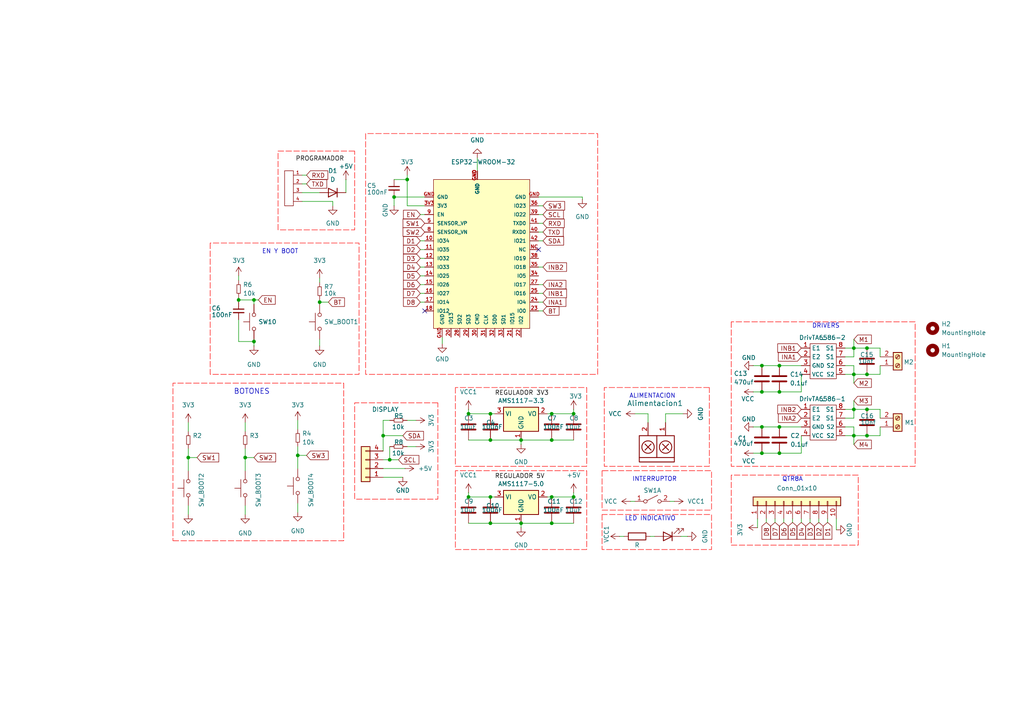
<source format=kicad_sch>
(kicad_sch (version 20250114) (generator "eeschema") (generator_version "9.0")
  (paper "A4")
  (lib_symbols
    (symbol "Connector:Screw_Terminal_01x02" (pin_names (offset 1.016) (hide yes))
      (property "Reference" "J" (at 0 2.54 0))
      (property "Value" "Screw_Terminal_01x02" (at 0 -5.08 0))
      (symbol "Screw_Terminal_01x02_1_1"
        (pin passive line (at -5.08 0 0) (length 3.81) (name "Pin_1") (number "1"))
        (pin passive line (at -5.08 -2.54 0) (length 3.81) (name "Pin_2") (number "2"))
      )
    )
    (symbol "Connector_Generic:Conn_01x04" (pin_names (offset 1.016) (hide yes))
      (property "Reference" "J" (at 0 5.08 0))
      (property "Value" "Conn_01x04" (at 0 -7.62 0))
      (symbol "Conn_01x04_1_1"
        (pin passive line (at -5.08 2.54 0) (length 3.81) (name "Pin_1") (number "1"))
        (pin passive line (at -5.08 0 0) (length 3.81) (name "Pin_2") (number "2"))
        (pin passive line (at -5.08 -2.54 0) (length 3.81) (name "Pin_3") (number "3"))
        (pin passive line (at -5.08 -5.08 0) (length 3.81) (name "Pin_4") (number "4"))
      )
    )
    (symbol "Connector_Generic:Conn_01x10" (pin_names (offset 1.016) (hide yes))
      (property "Reference" "J" (at 0 12.7 0))
      (property "Value" "Conn_01x10" (at 0 -15.24 0))
      (symbol "Conn_01x10_1_1"
        (pin passive line (at -5.08 10.16 0) (length 3.81) (name "Pin_1") (number "1"))
        (pin passive line (at -5.08 7.62 0) (length 3.81) (name "Pin_2") (number "2"))
        (pin passive line (at -5.08 5.08 0) (length 3.81) (name "Pin_3") (number "3"))
        (pin passive line (at -5.08 2.54 0) (length 3.81) (name "Pin_4") (number "4"))
        (pin passive line (at -5.08 0 0) (length 3.81) (name "Pin_5") (number "5"))
        (pin passive line (at -5.08 -2.54 0) (length 3.81) (name "Pin_6") (number "6"))
        (pin passive line (at -5.08 -5.08 0) (length 3.81) (name "Pin_7") (number "7"))
        (pin passive line (at -5.08 -7.62 0) (length 3.81) (name "Pin_8") (number "8"))
        (pin passive line (at -5.08 -10.16 0) (length 3.81) (name "Pin_9") (number "9"))
        (pin passive line (at -5.08 -12.7 0) (length 3.81) (name "Pin_10") (number "10"))
      )
    )
    (symbol "Device:C" (pin_numbers (hide yes)) (pin_names (offset 0.254))
      (property "Reference" "C" (at 0.635 2.54 0))
      (property "Value" "C" (at 0.635 -2.54 0))
      (symbol "C_1_1"
        (pin passive line (at 0 3.81 270) (length 2.794) (name "~") (number "1"))
        (pin passive line (at 0 -3.81 90) (length 2.794) (name "~") (number "2"))
      )
    )
    (symbol "Device:C_Small" (pin_numbers (hide yes)) (pin_names (offset 0.254) (hide yes))
      (property "Reference" "C" (at 0.254 1.778 0))
      (property "Value" "C_Small" (at 0.254 -2.032 0))
      (symbol "C_Small_1_1"
        (pin passive line (at 0 2.54 270) (length 2.032) (name "~") (number "1"))
        (pin passive line (at 0 -2.54 90) (length 2.032) (name "~") (number "2"))
      )
    )
    (symbol "Device:D" (pin_numbers (hide yes)) (pin_names (offset 1.016) (hide yes))
      (property "Reference" "D" (at 0 2.54 0))
      (property "Value" "D" (at 0 -2.54 0))
      (symbol "D_1_1"
        (pin passive line (at -3.81 0 0) (length 2.54) (name "K") (number "1"))
        (pin passive line (at 3.81 0 180) (length 2.54) (name "A") (number "2"))
      )
    )
    (symbol "Device:LED" (pin_numbers (hide yes)) (pin_names (offset 1.016) (hide yes))
      (property "Reference" "D" (at 0 2.54 0))
      (property "Value" "LED" (at 0 -2.54 0))
      (symbol "LED_1_1"
        (pin passive line (at -3.81 0 0) (length 2.54) (name "K") (number "1"))
        (pin passive line (at 3.81 0 180) (length 2.54) (name "A") (number "2"))
      )
    )
    (symbol "Device:R" (pin_numbers (hide yes)) (pin_names (offset 0))
      (property "Reference" "R" (at 2.032 0 90))
      (property "Value" "R" (at 0 0 90))
      (symbol "R_1_1"
        (pin passive line (at 0 3.81 270) (length 1.27) (name "~") (number "1"))
        (pin passive line (at 0 -3.81 90) (length 1.27) (name "~") (number "2"))
      )
    )
    (symbol "EESTN5:HEADER_4" (pin_names (offset 0))
      (property "Reference" "J" (at 0 6.35 0))
      (property "Value" "HEADER_4" (at 0 -6.35 0))
      (symbol "HEADER_4_1_1"
        (pin passive line (at -2.54 3.81 0) (length 2.54) (name "~") (number "1"))
        (pin passive line (at -2.54 1.27 0) (length 2.54) (name "~") (number "2"))
        (pin passive line (at -2.54 -1.27 0) (length 2.54) (name "~") (number "3"))
        (pin passive line (at -2.54 -3.81 0) (length 2.54) (name "~") (number "4"))
      )
    )
    (symbol "EESTN5:R" (pin_numbers (hide yes)) (pin_names (offset 0))
      (property "Reference" "R" (at -1.27 0 90))
      (property "Value" "R" (at 1.27 0 90))
      (symbol "R_1_1"
        (pin passive line (at 0 2.54 270) (length 1.27) (name "~") (number "1"))
        (pin passive line (at 0 -2.54 90) (length 1.27) (name "~") (number "2"))
      )
    )
    (symbol "EESTN5:SW_Push" (pin_numbers (hide yes)) (pin_names (offset 1.016) (hide yes))
      (property "Reference" "SW" (at 1.27 2.54 0))
      (symbol "SW_Push_0_1"
        (pin passive line (at -5.08 0 0) (length 2.54) (name "1") (number "1"))
        (pin passive line (at 5.08 0 180) (length 2.54) (name "2") (number "2"))
      )
    )
    (symbol "EESTN5:TB_1X2" (pin_names (offset 1.016))
      (property "Reference" "J" (at 0 7.62 0))
      (property "Value" "TB_1X2" (at 1.27 -7.62 0))
      (symbol "TB_1X2_1_1"
        (pin input line (at 8.89 2.54 180) (length 3.81) (name "~") (number "1"))
        (pin input line (at 8.89 -2.54 180) (length 3.81) (name "~") (number "2"))
      )
    )
    (symbol "GND_1" (power) (pin_names (offset 0))
      (property "Value" "GND_1" (at 0 -3.81 0))
      (symbol "GND_1_1_1"
        (pin power_in line (at 0 0 270) (length 0) (hide yes) (name "GND") (number "1"))
      )
    )
    (symbol "Librerias:ESP32-WROOM-32E" (pin_names (offset 1.016))
      (property "Reference" "U1" (at -1.651 28.702 0))
      (property "Value" "ESP32-WROOM-32E" (at -10.16 26.67 0))
      (symbol "ESP32-WROOM-32E_1_0"
        (pin bidirectional line (at -15.24 13.97 0) (length 2.54) (name "GND") (number "GND"))
        (pin bidirectional line (at -15.24 11.43 0) (length 2.54) (name "3V3") (number "3V3"))
        (pin bidirectional line (at -15.24 8.89 0) (length 2.54) (name "EN") (number "9"))
        (pin bidirectional line (at -15.24 6.35 0) (length 2.54) (name "SENSOR_VP") (number "5"))
        (pin bidirectional line (at -15.24 3.81 0) (length 2.54) (name "SENSOR_VN") (number "8"))
        (pin bidirectional line (at -15.24 1.27 0) (length 2.54) (name "IO34") (number "10"))
        (pin bidirectional line (at -15.24 -1.27 0) (length 2.54) (name "IO35") (number "11"))
        (pin bidirectional line (at -15.24 -3.81 0) (length 2.54) (name "IO32") (number "12"))
        (pin bidirectional line (at -15.24 -6.35 0) (length 2.54) (name "IO33") (number "13"))
        (pin bidirectional line (at -15.24 -8.89 0) (length 2.54) (name "IO25") (number "14"))
        (pin bidirectional line (at -15.24 -11.43 0) (length 2.54) (name "IO26") (number "15"))
        (pin bidirectional line (at -15.24 -13.97 0) (length 2.54) (name "IO27") (number "16"))
        (pin bidirectional line (at -15.24 -16.51 0) (length 2.54) (name "IO14") (number "17"))
        (pin bidirectional line (at -15.24 -19.05 0) (length 2.54) (name "IO12") (number "18"))
        (pin bidirectional line (at -10.16 -26.67 90) (length 2.54) (name "GND") (number "GND"))
        (pin bidirectional line (at -7.62 -26.67 90) (length 2.54) (name "IO13") (number "20"))
        (pin bidirectional line (at -5.08 -26.67 90) (length 2.54) (name "SD2") (number "28"))
        (pin bidirectional line (at -2.54 -26.67 90) (length 2.54) (name "SD3") (number "29"))
        (pin bidirectional line (at 0 21.59 270) (length 2.54) (name "GND") (number "GND"))
        (pin bidirectional line (at 0 21.59 270) (length 2.54) (name "GND") (number "GND"))
        (pin bidirectional line (at 0 21.59 270) (length 2.54) (name "GND") (number "GND"))
        (pin bidirectional line (at 0 21.59 270) (length 2.54) (name "GND") (number "GND"))
        (pin bidirectional line (at 0 21.59 270) (length 2.54) (name "GND") (number "GND"))
        (pin bidirectional line (at 0 21.59 270) (length 2.54) (name "GND") (number "GND"))
        (pin bidirectional line (at 0 21.59 270) (length 2.54) (name "GND") (number "GND"))
        (pin bidirectional line (at 0 21.59 270) (length 2.54) (name "GND") (number "GND"))
        (pin bidirectional line (at 0 21.59 270) (length 2.54) (name "GND") (number "GND"))
        (pin bidirectional line (at 0 -26.67 90) (length 2.54) (name "CMD") (number "30"))
        (pin bidirectional line (at 2.54 -26.67 90) (length 2.54) (name "CLK") (number "31"))
        (pin bidirectional line (at 5.08 -26.67 90) (length 2.54) (name "SD0") (number "32"))
        (pin bidirectional line (at 7.62 -26.67 90) (length 2.54) (name "SD1") (number "33"))
        (pin bidirectional line (at 10.16 -26.67 90) (length 2.54) (name "IO15") (number "21"))
        (pin bidirectional line (at 12.7 -26.67 90) (length 2.54) (name "IO2") (number "22"))
        (pin bidirectional line (at 17.78 13.97 180) (length 2.54) (name "GND") (number "GND"))
        (pin bidirectional line (at 17.78 11.43 180) (length 2.54) (name "IO23") (number "36"))
        (pin bidirectional line (at 17.78 8.89 180) (length 2.54) (name "IO22") (number "39"))
        (pin bidirectional line (at 17.78 6.35 180) (length 2.54) (name "TXD0") (number "41"))
        (pin bidirectional line (at 17.78 3.81 180) (length 2.54) (name "RXD0") (number "40"))
        (pin bidirectional line (at 17.78 1.27 180) (length 2.54) (name "IO21") (number "42"))
        (pin bidirectional line (at 17.78 -1.27 180) (length 2.54) (name "NC") (number "NC"))
        (pin bidirectional line (at 17.78 -3.81 180) (length 2.54) (name "IO19") (number "38"))
        (pin bidirectional line (at 17.78 -6.35 180) (length 2.54) (name "IO18") (number "35"))
        (pin bidirectional line (at 17.78 -8.89 180) (length 2.54) (name "IO5") (number "34"))
        (pin bidirectional line (at 17.78 -11.43 180) (length 2.54) (name "IO17") (number "27"))
        (pin bidirectional line (at 17.78 -13.97 180) (length 2.54) (name "IO16") (number "25"))
        (pin bidirectional line (at 17.78 -16.51 180) (length 2.54) (name "IO4") (number "24"))
        (pin bidirectional line (at 17.78 -19.05 180) (length 2.54) (name "IO0") (number "23"))
      )
    )
    (symbol "Mechanical:MountingHole" (pin_names (offset 1.016)) (in_bom no)
      (property "Reference" "H" (at 0 5.08 0))
      (property "Value" "MountingHole" (at 0 3.175 0))
    )
    (symbol "New_Library_Triatlón:TA6586"
      (property "Reference" "DriverTA6586" (at -7.366 7.112 0))
      (symbol "TA6586_1_1"
        (pin bidirectional line (at -13.97 3.81 0) (length 2.54) (name "E1") (number "1"))
        (pin bidirectional line (at -13.97 1.27 0) (length 2.54) (name "E2") (number "2"))
        (pin output line (at -13.97 -1.27 0) (length 2.54) (name "GND") (number "3"))
        (pin input line (at -13.97 -3.81 0) (length 2.54) (name "VCC") (number "4"))
        (pin bidirectional line (at -1.27 3.81 180) (length 2.54) (name "S1") (number "8"))
        (pin bidirectional line (at -1.27 1.27 180) (length 2.54) (name "S1") (number "7"))
        (pin bidirectional line (at -1.27 -1.27 180) (length 2.54) (name "S2") (number "6"))
        (pin bidirectional line (at -1.27 -3.81 180) (length 2.54) (name "S2") (number "5"))
      )
    )
    (symbol "Regulator_Linear:AMS1117-5.0"
      (property "Reference" "U" (at -3.81 3.175 0))
      (property "Value" "AMS1117-5.0" (at 0 3.175 0))
      (symbol "AMS1117-5.0_1_1"
        (pin power_in line (at -7.62 0 0) (length 2.54) (name "VI") (number "3"))
        (pin power_in line (at 0 -7.62 90) (length 2.54) (name "GND") (number "1"))
        (pin power_out line (at 7.62 0 180) (length 2.54) (name "VO") (number "2"))
      )
    )
    (symbol "Switch:SW_DPST_x2" (pin_names (offset 0) (hide yes))
      (property "Reference" "SW" (at 0 3.175 0))
      (property "Value" "SW_DPST_x2" (at 0 -2.54 0))
      (symbol "SW_DPST_x2_1_1"
        (pin passive line (at -5.08 0 0) (length 2.54) (name "A") (number "1"))
        (pin passive line (at 5.08 0 180) (length 2.54) (name "B") (number "2"))
      )
      (symbol "SW_DPST_x2_2_1"
        (pin passive line (at -5.08 0 0) (length 2.54) (name "A") (number "3"))
        (pin passive line (at 5.08 0 180) (length 2.54) (name "B") (number "4"))
      )
    )
    (symbol "TA6586_1"
      (property "Reference" "DriverTA6586" (at -7.366 7.112 0))
      (symbol "TA6586_1_1_1"
        (pin bidirectional line (at -13.97 3.81 0) (length 2.54) (name "E1") (number "1"))
        (pin bidirectional line (at -13.97 1.27 0) (length 2.54) (name "E2") (number "2"))
        (pin output line (at -13.97 -1.27 0) (length 2.54) (name "GND") (number "3"))
        (pin input line (at -13.97 -3.81 0) (length 2.54) (name "VCC") (number "4"))
        (pin bidirectional line (at -1.27 3.81 180) (length 2.54) (name "S1") (number "8"))
        (pin bidirectional line (at -1.27 1.27 180) (length 2.54) (name "S1") (number "7"))
        (pin bidirectional line (at -1.27 -1.27 180) (length 2.54) (name "S2") (number "6"))
        (pin bidirectional line (at -1.27 -3.81 180) (length 2.54) (name "S2") (number "5"))
      )
    )
    (symbol "power:+3V3" (power) (pin_names (offset 0))
      (property "Value" "+3V3" (at 0 3.556 0))
      (symbol "+3V3_1_1"
        (pin power_in line (at 0 0 90) (length 0) (hide yes) (name "+3V3") (number "1"))
      )
    )
    (symbol "power:+5V" (power) (pin_numbers (hide yes)) (pin_names (offset 0) (hide yes))
      (property "Value" "+5V" (at 0 3.556 0))
      (symbol "+5V_1_1"
        (pin power_in line (at 0 0 90) (length 0) (name "~") (number "1"))
      )
    )
    (symbol "power:GND" (power) (pin_numbers (hide yes)) (pin_names (offset 0) (hide yes))
      (property "Value" "GND" (at 0 -3.81 0))
      (symbol "GND_1_1"
        (pin power_in line (at 0 0 270) (length 0) (name "~") (number "1"))
      )
    )
    (symbol "power:VCC" (power) (pin_numbers (hide yes)) (pin_names (offset 0) (hide yes))
      (property "Value" "VCC" (at 0 3.556 0))
      (symbol "VCC_1_1"
        (pin power_in line (at 0 0 90) (length 0) (name "~") (number "1"))
      )
    )
  )
  (text "EN Y BOOT" (at 81.28 73.025 0) (effects (font (size 1.27 1.27))))
  (text "BOTONES" (at 73.025 113.665 0) (effects (font (size 1.524 1.524))))
  (text "INTERRUPTOR" (at 189.865 139.065 0) (effects (font (size 1.27 1.27))))
  (text "ALIMENTACION" (at 189.23 114.935 0) (effects (font (size 1.27 1.27))))
  (text "DRIVERS " (at 240.03 94.615 0) (effects (font (size 1.27 1.27))))
  (text "QTR8A" (at 229.87 139.065 0) (effects (font (size 1.27 1.27))))
  (text "LED INDICATIVO\n" (at 188.595 150.495 0) (effects (font (size 1.27 1.27))))
  (junction (at 251.46 118.745))
  (junction (at 220.98 123.825))
  (junction (at 92.71 87.63))
  (junction (at 114.3 57.15))
  (junction (at 118.11 52.07))
  (junction (at 166.37 120.015))
  (junction (at 166.37 144.145))
  (junction (at 151.13 151.765))
  (junction (at 142.24 120.015))
  (junction (at 160.02 120.015))
  (junction (at 142.24 151.765))
  (junction (at 113.03 133.35))
  (junction (at 69.215 86.995))
  (junction (at 247.65 100.965))
  (junction (at 160.02 127.635))
  (junction (at 111.125 126.365))
  (junction (at 220.98 131.445))
  (junction (at 142.24 144.145))
  (junction (at 226.06 113.665))
  (junction (at 226.06 106.045))
  (junction (at 220.98 106.045))
  (junction (at 226.06 123.825))
  (junction (at 247.65 126.365))
  (junction (at 251.46 108.585))
  (junction (at 251.46 126.365))
  (junction (at 73.66 86.995))
  (junction (at 54.61 132.715))
  (junction (at 71.12 132.715))
  (junction (at 151.13 127.635))
  (junction (at 251.46 100.965))
  (junction (at 142.24 127.635))
  (junction (at 73.66 99.06))
  (junction (at 247.65 108.585))
  (junction (at 86.36 132.08))
  (junction (at 135.89 120.015))
  (junction (at 135.89 144.145))
  (junction (at 160.02 144.145))
  (junction (at 226.06 131.445))
  (junction (at 247.65 118.745))
  (junction (at 160.02 151.765))
  (junction (at 220.98 113.665))
  (no_connect (at 123.19 90.17))
  (no_connect (at 156.21 72.39))
  (wire (pts (xy 245.11 100.965) (xy 247.65 100.965)))
  (wire (pts (xy 160.02 151.765) (xy 166.37 151.765)))
  (wire (pts (xy 87.63 55.88) (xy 92.71 55.88)))
  (wire (pts (xy 229.87 150.495) (xy 229.87 151.511)))
  (wire (pts (xy 226.06 131.445) (xy 232.41 131.445)))
  (wire (pts (xy 160.02 120.015) (xy 166.37 120.015)))
  (wire (pts (xy 255.27 123.825) (xy 255.27 126.365)))
  (wire (pts (xy 69.215 86.995) (xy 73.66 86.995)))
  (wire (pts (xy 54.61 122.555) (xy 54.61 125.095)))
  (wire (pts (xy 245.11 118.745) (xy 247.65 118.745)))
  (wire (pts (xy 157.48 87.63) (xy 156.21 87.63)))
  (wire (pts (xy 187.96 120.015) (xy 187.96 122.555)))
  (wire (pts (xy 157.48 69.85) (xy 156.21 69.85)))
  (wire (pts (xy 138.43 45.72) (xy 138.43 49.53)))
  (wire (pts (xy 166.37 120.015) (xy 166.37 118.745)))
  (wire (pts (xy 73.66 88.265) (xy 73.66 86.995)))
  (wire (pts (xy 73.66 86.995) (xy 74.93 86.995)))
  (wire (pts (xy 114.3 52.07) (xy 118.11 52.07)))
  (wire (pts (xy 226.06 113.665) (xy 232.41 113.665)))
  (wire (pts (xy 220.98 131.445) (xy 226.06 131.445)))
  (wire (pts (xy 160.02 144.145) (xy 166.37 144.145)))
  (wire (pts (xy 142.24 127.635) (xy 151.13 127.635)))
  (wire (pts (xy 100.33 52.07) (xy 100.33 55.88)))
  (wire (pts (xy 247.65 118.745) (xy 251.46 118.745)))
  (wire (pts (xy 142.24 151.765) (xy 151.13 151.765)))
  (wire (pts (xy 86.36 129.54) (xy 86.36 132.08)))
  (wire (pts (xy 92.71 80.645) (xy 92.71 81.915)))
  (wire (pts (xy 121.92 80.01) (xy 123.19 80.01)))
  (wire (pts (xy 195.58 145.415) (xy 194.31 145.415)))
  (wire (pts (xy 157.48 90.17) (xy 156.21 90.17)))
  (wire (pts (xy 57.15 132.715) (xy 54.61 132.715)))
  (wire (pts (xy 157.48 85.09) (xy 156.21 85.09)))
  (wire (pts (xy 121.92 72.39) (xy 123.19 72.39)))
  (wire (pts (xy 251.46 108.585) (xy 255.27 108.585)))
  (wire (pts (xy 218.44 106.045) (xy 220.98 106.045)))
  (wire (pts (xy 199.39 155.575) (xy 197.485 155.575)))
  (wire (pts (xy 251.46 126.365) (xy 255.27 126.365)))
  (wire (pts (xy 121.92 77.47) (xy 123.19 77.47)))
  (wire (pts (xy 71.12 122.555) (xy 71.12 125.095)))
  (wire (pts (xy 135.89 144.145) (xy 142.24 144.145)))
  (wire (pts (xy 218.44 131.445) (xy 220.98 131.445)))
  (wire (pts (xy 118.11 59.69) (xy 123.19 59.69)))
  (wire (pts (xy 166.37 144.145) (xy 166.37 142.875)))
  (wire (pts (xy 73.66 99.06) (xy 73.66 98.425)))
  (wire (pts (xy 54.61 130.175) (xy 54.61 132.715)))
  (wire (pts (xy 247.65 111.125) (xy 247.65 108.585)))
  (wire (pts (xy 121.92 74.93) (xy 123.19 74.93)))
  (wire (pts (xy 245.11 103.505) (xy 247.65 103.505)))
  (wire (pts (xy 69.215 80.01) (xy 69.215 81.28)))
  (wire (pts (xy 54.61 132.715) (xy 54.61 136.525)))
  (wire (pts (xy 240.03 150.495) (xy 240.03 151.511)))
  (wire (pts (xy 157.48 62.23) (xy 156.21 62.23)))
  (wire (pts (xy 151.13 127.635) (xy 160.02 127.635)))
  (wire (pts (xy 69.215 99.06) (xy 73.66 99.06)))
  (wire (pts (xy 245.11 123.825) (xy 247.65 123.825)))
  (wire (pts (xy 158.75 120.015) (xy 160.02 120.015)))
  (wire (pts (xy 113.03 129.54) (xy 113.03 133.35)))
  (wire (pts (xy 118.11 50.8) (xy 118.11 52.07)))
  (wire (pts (xy 247.65 123.825) (xy 247.65 126.365)))
  (wire (pts (xy 160.02 127.635) (xy 166.37 127.635)))
  (wire (pts (xy 142.24 144.145) (xy 143.51 144.145)))
  (wire (pts (xy 92.71 86.995) (xy 92.71 87.63)))
  (wire (pts (xy 158.75 144.145) (xy 160.02 144.145)))
  (wire (pts (xy 245.11 108.585) (xy 247.65 108.585)))
  (wire (pts (xy 157.48 67.31) (xy 156.21 67.31)))
  (wire (pts (xy 251.46 100.965) (xy 255.27 100.965)))
  (wire (pts (xy 118.11 52.07) (xy 118.11 59.69)))
  (wire (pts (xy 247.65 116.205) (xy 247.65 118.745)))
  (wire (pts (xy 189.865 155.575) (xy 188.595 155.575)))
  (wire (pts (xy 224.79 150.495) (xy 224.79 151.511)))
  (wire (pts (xy 179.705 155.575) (xy 180.975 155.575)))
  (wire (pts (xy 69.215 92.71) (xy 69.215 99.06)))
  (wire (pts (xy 184.15 120.015) (xy 187.96 120.015)))
  (wire (pts (xy 92.71 87.63) (xy 92.71 88.265)))
  (wire (pts (xy 96.52 59.69) (xy 96.52 58.42)))
  (wire (pts (xy 220.98 106.045) (xy 226.06 106.045)))
  (wire (pts (xy 71.12 146.685) (xy 71.12 149.225)))
  (wire (pts (xy 111.125 135.89) (xy 117.475 135.89)))
  (wire (pts (xy 121.92 85.09) (xy 123.19 85.09)))
  (wire (pts (xy 69.215 86.995) (xy 69.215 87.63)))
  (wire (pts (xy 234.95 150.495) (xy 234.95 151.511)))
  (wire (pts (xy 113.03 133.35) (xy 111.125 133.35)))
  (wire (pts (xy 135.89 151.765) (xy 142.24 151.765)))
  (wire (pts (xy 135.89 118.745) (xy 135.89 120.015)))
  (wire (pts (xy 157.48 77.47) (xy 156.21 77.47)))
  (wire (pts (xy 115.57 133.35) (xy 113.03 133.35)))
  (wire (pts (xy 242.57 153.67) (xy 242.57 150.495)))
  (wire (pts (xy 226.06 106.045) (xy 232.41 106.045)))
  (wire (pts (xy 151.13 127.635) (xy 151.13 128.905)))
  (wire (pts (xy 73.66 132.715) (xy 71.12 132.715)))
  (wire (pts (xy 135.89 142.875) (xy 135.89 144.145)))
  (wire (pts (xy 73.66 99.06) (xy 73.66 100.33)))
  (wire (pts (xy 193.04 120.015) (xy 193.04 122.555)))
  (wire (pts (xy 245.11 106.045) (xy 247.65 106.045)))
  (wire (pts (xy 237.49 150.495) (xy 237.49 151.511)))
  (wire (pts (xy 88.9 132.08) (xy 86.36 132.08)))
  (wire (pts (xy 157.48 59.69) (xy 156.21 59.69)))
  (wire (pts (xy 157.48 82.55) (xy 156.21 82.55)))
  (wire (pts (xy 168.91 57.785) (xy 168.91 57.15)))
  (wire (pts (xy 251.46 118.745) (xy 255.27 118.745)))
  (wire (pts (xy 54.61 146.685) (xy 54.61 149.225)))
  (wire (pts (xy 222.25 150.495) (xy 222.25 151.511)))
  (wire (pts (xy 247.65 108.585) (xy 251.46 108.585)))
  (wire (pts (xy 247.65 126.365) (xy 251.46 126.365)))
  (wire (pts (xy 247.65 128.905) (xy 247.65 126.365)))
  (wire (pts (xy 96.52 58.42) (xy 87.63 58.42)))
  (wire (pts (xy 219.71 150.495) (xy 219.71 153.035)))
  (wire (pts (xy 128.27 97.79) (xy 128.27 99.695)))
  (wire (pts (xy 88.9 50.8) (xy 87.63 50.8)))
  (wire (pts (xy 142.24 120.015) (xy 143.51 120.015)))
  (wire (pts (xy 88.9 53.34) (xy 87.63 53.34)))
  (wire (pts (xy 151.13 151.765) (xy 160.02 151.765)))
  (wire (pts (xy 255.27 118.745) (xy 255.27 121.285)))
  (wire (pts (xy 227.33 150.495) (xy 227.33 151.511)))
  (wire (pts (xy 114.3 57.15) (xy 114.3 59.69)))
  (wire (pts (xy 86.36 132.08) (xy 86.36 135.89)))
  (wire (pts (xy 198.12 120.015) (xy 193.04 120.015)))
  (wire (pts (xy 111.125 130.81) (xy 111.125 126.365)))
  (wire (pts (xy 95.25 87.63) (xy 92.71 87.63)))
  (wire (pts (xy 245.11 126.365) (xy 247.65 126.365)))
  (wire (pts (xy 245.11 121.285) (xy 247.65 121.285)))
  (wire (pts (xy 220.98 113.665) (xy 226.06 113.665)))
  (wire (pts (xy 232.41 150.495) (xy 232.41 151.511)))
  (wire (pts (xy 247.65 103.505) (xy 247.65 100.965)))
  (wire (pts (xy 247.65 121.285) (xy 247.65 118.745)))
  (wire (pts (xy 111.125 126.365) (xy 111.125 121.92)))
  (wire (pts (xy 218.44 123.825) (xy 220.98 123.825)))
  (wire (pts (xy 86.36 146.05) (xy 86.36 148.59)))
  (wire (pts (xy 182.88 145.415) (xy 184.15 145.415)))
  (wire (pts (xy 220.98 123.825) (xy 226.06 123.825)))
  (wire (pts (xy 120.65 129.54) (xy 118.11 129.54)))
  (wire (pts (xy 92.71 98.425) (xy 92.71 100.33)))
  (wire (pts (xy 247.65 106.045) (xy 247.65 108.585)))
  (wire (pts (xy 114.3 57.15) (xy 123.19 57.15)))
  (wire (pts (xy 121.92 62.23) (xy 123.19 62.23)))
  (wire (pts (xy 232.41 131.445) (xy 232.41 126.365)))
  (wire (pts (xy 218.44 113.665) (xy 220.98 113.665)))
  (wire (pts (xy 135.89 120.015) (xy 142.24 120.015)))
  (wire (pts (xy 121.92 69.85) (xy 123.19 69.85)))
  (wire (pts (xy 71.12 132.715) (xy 71.12 136.525)))
  (wire (pts (xy 232.41 113.665) (xy 232.41 108.585)))
  (wire (pts (xy 226.06 123.825) (xy 232.41 123.825)))
  (wire (pts (xy 135.89 127.635) (xy 142.24 127.635)))
  (wire (pts (xy 86.36 121.92) (xy 86.36 124.46)))
  (wire (pts (xy 255.27 100.965) (xy 255.27 103.505)))
  (wire (pts (xy 120.65 121.92) (xy 118.11 121.92)))
  (wire (pts (xy 255.27 108.585) (xy 255.27 106.045)))
  (wire (pts (xy 71.12 130.175) (xy 71.12 132.715)))
  (wire (pts (xy 157.48 64.77) (xy 156.21 64.77)))
  (wire (pts (xy 247.65 100.965) (xy 251.46 100.965)))
  (wire (pts (xy 121.92 87.63) (xy 123.19 87.63)))
  (wire (pts (xy 151.13 151.765) (xy 151.13 153.035)))
  (wire (pts (xy 69.215 86.36) (xy 69.215 86.995)))
  (wire (pts (xy 111.125 121.92) (xy 113.03 121.92)))
  (wire (pts (xy 121.92 82.55) (xy 123.19 82.55)))
  (wire (pts (xy 168.91 57.15) (xy 156.21 57.15)))
  (wire (pts (xy 247.65 98.425) (xy 247.65 100.965)))
  (wire (pts (xy 111.125 126.365) (xy 116.84 126.365)))
  (wire (pts (xy 111.125 138.43) (xy 116.84 138.43)))
  (label "REGULADOR 5V" (at 143.51 139.065 0))
  (label "REGULADOR 3V3" (at 143.51 114.935 0))
  (label "PROGRAMADOR" (at 85.725 46.99 0))
  (global_label "D8" (shape input) (at 121.92 87.63 180) (property "Intersheetrefs" "${INTERSHEET_REFS}" (effects (hide yes))))
  (global_label "EN" (shape input) (at 74.93 86.995 0) (property "Intersheetrefs" "${INTERSHEET_REFS}" (effects (hide yes))))
  (global_label "M1" (shape input) (at 247.65 98.425 0) (property "Intersheetrefs" "${INTERSHEET_REFS}" (effects (hide yes))))
  (global_label "INA2" (shape input) (at 232.41 121.285 180) (property "Intersheetrefs" "${INTERSHEET_REFS}" (effects (hide yes))))
  (global_label "SCL" (shape input) (at 157.48 62.23 0) (property "Intersheetrefs" "${INTERSHEET_REFS}" (effects (hide yes))))
  (global_label "D5" (shape input) (at 229.87 151.511 270) (property "Intersheetrefs" "${INTERSHEET_REFS}" (effects (hide yes))))
  (global_label "SDA" (shape input) (at 116.84 126.365 0) (property "Intersheetrefs" "${INTERSHEET_REFS}" (effects (hide yes))))
  (global_label "TXD" (shape input) (at 157.48 67.31 0) (property "Intersheetrefs" "${INTERSHEET_REFS}" (effects (hide yes))))
  (global_label "D3" (shape input) (at 234.95 151.511 270) (property "Intersheetrefs" "${INTERSHEET_REFS}" (effects (hide yes))))
  (global_label "D5" (shape input) (at 121.92 80.01 180) (property "Intersheetrefs" "${INTERSHEET_REFS}" (effects (hide yes))))
  (global_label "BT" (shape input) (at 157.48 90.17 0) (property "Intersheetrefs" "${INTERSHEET_REFS}" (effects (hide yes))))
  (global_label "D2" (shape input) (at 121.92 72.39 180) (property "Intersheetrefs" "${INTERSHEET_REFS}" (effects (hide yes))))
  (global_label "SW3" (shape input) (at 88.9 132.08 0) (property "Intersheetrefs" "${INTERSHEET_REFS}" (effects (hide yes))))
  (global_label "INB2" (shape input) (at 232.41 118.745 180) (property "Intersheetrefs" "${INTERSHEET_REFS}" (effects (hide yes))))
  (global_label "INA2" (shape input) (at 157.48 82.55 0) (property "Intersheetrefs" "${INTERSHEET_REFS}" (effects (hide yes))))
  (global_label "INA1" (shape input) (at 232.41 103.505 180) (property "Intersheetrefs" "${INTERSHEET_REFS}" (effects (hide yes))))
  (global_label "BT" (shape input) (at 95.25 87.63 0) (property "Intersheetrefs" "${INTERSHEET_REFS}" (effects (hide yes))))
  (global_label "RXD" (shape input) (at 88.9 50.8 0) (property "Intersheetrefs" "${INTERSHEET_REFS}" (effects (hide yes))))
  (global_label "INA1" (shape input) (at 157.48 87.63 0) (property "Intersheetrefs" "${INTERSHEET_REFS}" (effects (hide yes))))
  (global_label "D2" (shape input) (at 237.49 151.511 270) (property "Intersheetrefs" "${INTERSHEET_REFS}" (effects (hide yes))))
  (global_label "TXD" (shape input) (at 88.9 53.34 0) (property "Intersheetrefs" "${INTERSHEET_REFS}" (effects (hide yes))))
  (global_label "INB2" (shape input) (at 157.48 77.47 0) (property "Intersheetrefs" "${INTERSHEET_REFS}" (effects (hide yes))))
  (global_label "D4" (shape input) (at 121.92 77.47 180) (property "Intersheetrefs" "${INTERSHEET_REFS}" (effects (hide yes))))
  (global_label "D1" (shape input) (at 121.92 69.85 180) (property "Intersheetrefs" "${INTERSHEET_REFS}" (effects (hide yes))))
  (global_label "M3" (shape input) (at 247.65 116.205 0) (property "Intersheetrefs" "${INTERSHEET_REFS}" (effects (hide yes))))
  (global_label "SCL" (shape input) (at 115.57 133.35 0) (property "Intersheetrefs" "${INTERSHEET_REFS}" (effects (hide yes))))
  (global_label "SW1" (shape input) (at 57.15 132.715 0) (property "Intersheetrefs" "${INTERSHEET_REFS}" (effects (hide yes))))
  (global_label "SW3" (shape input) (at 157.48 59.69 0) (property "Intersheetrefs" "${INTERSHEET_REFS}" (effects (hide yes))))
  (global_label "D1" (shape input) (at 240.03 151.511 270) (property "Intersheetrefs" "${INTERSHEET_REFS}" (effects (hide yes))))
  (global_label "SW1" (shape input) (at 123.19 64.77 180) (property "Intersheetrefs" "${INTERSHEET_REFS}" (effects (hide yes))))
  (global_label "D6" (shape input) (at 121.92 82.55 180) (property "Intersheetrefs" "${INTERSHEET_REFS}" (effects (hide yes))))
  (global_label "SW2" (shape input) (at 73.66 132.715 0) (property "Intersheetrefs" "${INTERSHEET_REFS}" (effects (hide yes))))
  (global_label "M4" (shape input) (at 247.65 128.905 0) (property "Intersheetrefs" "${INTERSHEET_REFS}" (effects (hide yes))))
  (global_label "D7" (shape input) (at 224.79 151.511 270) (property "Intersheetrefs" "${INTERSHEET_REFS}" (effects (hide yes))))
  (global_label "SDA" (shape input) (at 157.48 69.85 0) (property "Intersheetrefs" "${INTERSHEET_REFS}" (effects (hide yes))))
  (global_label "RXD" (shape input) (at 157.48 64.77 0) (property "Intersheetrefs" "${INTERSHEET_REFS}" (effects (hide yes))))
  (global_label "D8" (shape input) (at 222.25 151.511 270) (property "Intersheetrefs" "${INTERSHEET_REFS}" (effects (hide yes))))
  (global_label "INB1" (shape input) (at 157.48 85.09 0) (property "Intersheetrefs" "${INTERSHEET_REFS}" (effects (hide yes))))
  (global_label "D4" (shape input) (at 232.41 151.511 270) (property "Intersheetrefs" "${INTERSHEET_REFS}" (effects (hide yes))))
  (global_label "EN" (shape input) (at 121.92 62.23 180) (property "Intersheetrefs" "${INTERSHEET_REFS}" (effects (hide yes))))
  (global_label "D7" (shape input) (at 121.92 85.09 180) (property "Intersheetrefs" "${INTERSHEET_REFS}" (effects (hide yes))))
  (global_label "INB1" (shape input) (at 232.41 100.965 180) (property "Intersheetrefs" "${INTERSHEET_REFS}" (effects (hide yes))))
  (global_label "D3" (shape input) (at 121.92 74.93 180) (property "Intersheetrefs" "${INTERSHEET_REFS}" (effects (hide yes))))
  (global_label "SW2" (shape input) (at 123.19 67.31 180) (property "Intersheetrefs" "${INTERSHEET_REFS}" (effects (hide yes))))
  (global_label "D6" (shape input) (at 227.33 151.511 270) (property "Intersheetrefs" "${INTERSHEET_REFS}" (effects (hide yes))))
  (global_label "M2" (shape input) (at 247.65 111.125 0) (property "Intersheetrefs" "${INTERSHEET_REFS}" (effects (hide yes))))
  (rule_area (polyline (pts (xy 205.74 112.395) (xy 175.26 112.395) (xy 175.26 135.255) (xy 205.74 135.255)) (stroke (width 0) (type dash))))
  (rule_area (polyline (pts (xy 174.625 149.225) (xy 174.625 159.385) (xy 206.375 159.385) (xy 206.375 149.225)) (stroke (width 0) (type dash))))
  (rule_area (polyline (pts (xy 127 116.84) (xy 102.87 116.84) (xy 102.87 144.78) (xy 127 144.78)) (stroke (width 0) (type dash))))
  (rule_area (polyline (pts (xy 106.045 38.735) (xy 106.045 108.585) (xy 173.355 108.585) (xy 173.355 38.735)) (stroke (width 0) (type dash))))
  (rule_area (polyline (pts (xy 212.09 158.115) (xy 248.92 158.115) (xy 248.92 137.795) (xy 212.09 137.795)) (stroke (width 0) (type dash))))
  (rule_area (polyline (pts (xy 60.96 70.485) (xy 60.96 108.585) (xy 104.14 108.585) (xy 104.14 70.485)) (stroke (width 0) (type dash))))
  (rule_area (polyline (pts (xy 132.08 136.525) (xy 132.08 159.385) (xy 170.18 159.385) (xy 170.18 136.525)) (stroke (width 0) (type dash))))
  (rule_area (polyline (pts (xy 212.09 93.345) (xy 212.09 135.255) (xy 265.43 135.255) (xy 265.43 93.345)) (stroke (width 0) (type dash))))
  (rule_area (polyline (pts (xy 50.165 156.845) (xy 99.695 156.845) (xy 99.695 111.125) (xy 50.165 111.125)) (stroke (width 0) (type dash))))
  (rule_area (polyline (pts (xy 132.08 112.395) (xy 132.08 135.255) (xy 170.18 135.255) (xy 170.18 112.395)) (stroke (width 0) (type dash))))
  (rule_area (polyline (pts (xy 174.625 136.525) (xy 174.625 147.955) (xy 206.375 147.955) (xy 206.375 136.525)) (stroke (width 0) (type dash))))
  (rule_area (polyline (pts (xy 102.87 43.815) (xy 80.645 43.815) (xy 80.645 66.675) (xy 102.87 66.675)) (stroke (width 0) (type dash))))
  (symbol (lib_id "Mechanical:MountingHole") (at 270.51 95.25 0) (unit 1) (in_bom no)
    (property "Reference" "H2" (at 273.05 93.9799 0) (effects (justify left)))
    (property "Value" "MountingHole" (at 273.05 96.5199 0) (effects (justify left)))
    (property "Footprint" "MountingHole:MountingHole_3.2mm_M3_DIN965" (effects (hide yes)))
    (property "Description" "Mounting Hole without connection" (effects (hide yes)))
  )
  (symbol (lib_id "power:GND") (at 138.43 45.72 180) (unit 1)
    (property "Reference" "#PWR010" (effects (hide yes)))
    (property "Value" "GND" (at 138.43 40.64 0))
    (property "Description" "Power symbol creates a global label with name \"GND\" , ground" (effects (hide yes)))
  )
  (symbol (lib_id "Device:C") (at 251.46 122.555 0) (unit 1)
    (property "Reference" "C16" (at 249.555 120.65 0) (effects (justify left)))
    (property "Value" "10nf" (at 249.555 122.555 0) (effects (justify left)))
    (property "Footprint" "Capacitor_SMD:C_0603_1608Metric_Pad1.08x0.95mm_HandSolder" (effects (hide yes)))
    (property "Description" "Unpolarized capacitor" (effects (hide yes)))
  )
  (symbol (lib_id "EESTN5:R") (at 69.215 83.82 0) (unit 1)
    (property "Reference" "R6" (at 70.485 82.5499 0) (effects (justify left)))
    (property "Value" "10k" (at 70.485 85.0899 0) (effects (justify left)))
    (property "Footprint" "Resistor_SMD:R_1206_3216Metric_Pad1.30x1.75mm_HandSolder" (effects (hide yes)))
  )
  (symbol (lib_id "New_Library_Triatlón:TA6586") (at 246.38 104.775 0) (unit 1)
    (property "Reference" "DrivTA6586-2" (at 238.506 97.917 0))
    (property "Value" "~" (at 238.76 98.425 0))
    (property "Footprint" "Package_DIP:DIP-8_W7.62mm" (effects (hide yes)))
  )
  (symbol (lib_id "power:+5V") (at 100.33 52.07 0) (mirror y) (unit 1)
    (property "Reference" "#PWR012" (effects (hide yes)))
    (property "Value" "+5V" (at 100.33 48.26 0))
  )
  (symbol (lib_id "Device:D") (at 96.52 55.88 180) (unit 1)
    (property "Reference" "D1" (at 96.52 49.53 0))
    (property "Value" "D" (at 96.52 52.07 0))
    (property "Footprint" "Diode_SMD:D_SMA" (effects (hide yes)))
    (property "Description" "Diode" (effects (hide yes)))
    (property "Sim.Device" "D" (effects (hide yes)))
    (property "Sim.Pins" "1=K 2=A" (effects (hide yes)))
  )
  (symbol (lib_id "power:GND") (at 114.3 59.69 0) (unit 1)
    (property "Reference" "#PWR08" (effects (hide yes)))
    (property "Value" "GND" (at 111.76 60.96 90))
    (property "Description" "Power symbol creates a global label with name \"GND\" , ground" (effects (hide yes)))
  )
  (symbol (lib_id "EESTN5:SW_Push") (at 54.61 141.605 90) (unit 1)
    (property "Reference" "SW_BOOT2" (at 58.42 137.16 0) (effects (justify right)))
    (property "Value" "SW_Push" (effects (hide yes)))
    (property "Footprint" "MacroLib:Button" (effects (hide yes)))
  )
  (symbol (lib_id "EESTN5:TB_1X2") (at 190.5 131.445 270) (mirror x) (unit 1)
    (property "Reference" "Alimentacion1" (at 189.992 116.967 90) (effects (font (size 1.524 1.524))))
    (property "Value" "TB_1X2" (effects (hide yes)))
    (property "Footprint" "Connector_AMASS:AMASS_XT30U-M_1x02_P5.0mm_Vertical" (effects (hide yes)))
  )
  (symbol (lib_id "power:+3V3") (at 92.71 80.645 0) (unit 1)
    (property "Reference" "#PWR025" (effects (hide yes)))
    (property "Value" "3V3" (at 92.71 75.565 0))
  )
  (symbol (lib_id "power:+5V") (at 135.89 142.875 0) (unit 1)
    (property "Reference" "#PWR060" (effects (hide yes)))
    (property "Value" "VCC1" (at 135.89 137.795 0))
    (property "Description" "Power symbol creates a global label with name \"+5V\"" (effects (hide yes)))
  )
  (symbol (lib_id "power:+5V") (at 166.37 118.745 0) (unit 1)
    (property "Reference" "#PWR056" (effects (hide yes)))
    (property "Value" "3V3" (at 165.1 114.935 0) (effects (justify left)))
    (property "Description" "Power symbol creates a global label with name \"+5V\"" (effects (hide yes)))
  )
  (symbol (lib_id "power:+5V") (at 166.37 142.875 0) (unit 1)
    (property "Reference" "#PWR062" (effects (hide yes)))
    (property "Value" "+5V" (at 166.37 137.795 0))
    (property "Description" "Power symbol creates a global label with name \"+5V\"" (effects (hide yes)))
  )
  (symbol (lib_id "power:GND") (at 218.44 123.825 270) (unit 1)
    (property "Reference" "#PWR07" (effects (hide yes)))
    (property "Value" "GND" (at 217.17 121.539 90))
    (property "Description" "Power symbol creates a global label with name \"GND\" , ground" (effects (hide yes)))
  )
  (symbol (lib_id "power:+3V3") (at 120.65 129.54 270) (unit 1)
    (property "Reference" "#PWR033" (effects (hide yes)))
    (property "Value" "3V3" (at 125.095 129.54 0))
  )
  (symbol (lib_id "Connector:Screw_Terminal_01x02") (at 260.35 123.825 0) (mirror x) (unit 1)
    (property "Reference" "M1" (at 262.382 122.555 0) (effects (justify left)))
    (property "Value" "M1" (effects (hide yes)))
    (property "Footprint" "EESTN5:BORNERA2_AZUL" (effects (hide yes)))
    (property "Description" "Generic screw terminal, single row, 01x02, script generated (kicad-library-utils/schlib/autogen/connector/)" (effects (hide yes)))
  )
  (symbol (lib_id "power:VCC") (at 184.15 120.015 90) (unit 1)
    (property "Reference" "#PWR02" (effects (hide yes)))
    (property "Value" "VCC" (at 180.34 120.0149 90) (effects (justify left)))
    (property "Description" "Power symbol creates a global label with name \"VCC\"" (effects (hide yes)))
  )
  (symbol (lib_id "Device:C") (at 226.06 127.635 0) (unit 1)
    (property "Reference" "C2" (at 229.235 126.365 0) (effects (justify left)))
    (property "Value" "0.1uf" (at 229.235 128.905 0) (effects (justify left)))
    (property "Footprint" "Capacitor_SMD:C_0603_1608Metric_Pad1.08x0.95mm_HandSolder" (effects (hide yes)))
    (property "Description" "Unpolarized capacitor" (effects (hide yes)))
  )
  (symbol (lib_id "EESTN5:SW_Push") (at 73.66 93.345 90) (unit 1)
    (property "Reference" "SW10" (at 74.93 93.3449 90) (effects (justify right)))
    (property "Value" "SW_Push" (effects (hide yes)))
    (property "Footprint" "EESTN5:Pulsador_SMD_2_ALTO" (effects (hide yes)))
  )
  (symbol (lib_id "power:+5V") (at 179.705 155.575 90) (unit 1)
    (property "Reference" "#PWR064" (effects (hide yes)))
    (property "Value" "VCC1" (at 175.895 157.48 0) (effects (justify left)))
    (property "Description" "Power symbol creates a global label with name \"+5V\"" (effects (hide yes)))
  )
  (symbol (lib_id "Mechanical:MountingHole") (at 270.51 101.6 0) (unit 1) (in_bom no)
    (property "Reference" "H1" (at 273.05 100.3299 0) (effects (justify left)))
    (property "Value" "MountingHole" (at 273.05 102.8699 0) (effects (justify left)))
    (property "Footprint" "MountingHole:MountingHole_3.2mm_M3_DIN965" (effects (hide yes)))
    (property "Description" "Mounting Hole without connection" (effects (hide yes)))
  )
  (symbol (lib_id "EESTN5:SW_Push") (at 86.36 140.97 90) (unit 1)
    (property "Reference" "SW_BOOT4" (at 90.17 137.16 0) (effects (justify right)))
    (property "Value" "SW_Push" (effects (hide yes)))
    (property "Footprint" "MacroLib:Button" (effects (hide yes)))
  )
  (symbol (lib_id "EESTN5:R") (at 92.71 84.455 0) (unit 1)
    (property "Reference" "R7" (at 93.98 83.1849 0) (effects (justify left)))
    (property "Value" "10k" (at 93.98 85.09 0) (effects (justify left)))
    (property "Footprint" "Resistor_SMD:R_1206_3216Metric_Pad1.30x1.75mm_HandSolder" (effects (hide yes)))
  )
  (symbol (lib_name "GND_1") (lib_id "power:GND") (at 96.52 59.69 0) (mirror y) (unit 1)
    (property "Reference" "#PWR013" (effects (hide yes)))
    (property "Value" "GND" (at 96.52 64.77 0))
  )
  (symbol (lib_id "power:GND") (at 198.12 120.015 90) (unit 1)
    (property "Reference" "#PWR022" (effects (hide yes)))
    (property "Value" "GND" (at 203.2 120.015 0))
    (property "Description" "Power symbol creates a global label with name \"GND\" , ground" (effects (hide yes)))
  )
  (symbol (lib_id "Device:C") (at 220.98 109.855 0) (unit 1)
    (property "Reference" "C13" (at 212.852 108.331 0) (effects (justify left)))
    (property "Value" "470uf" (at 212.852 110.871 0) (effects (justify left)))
    (property "Footprint" "Capacitor_SMD:C_Elec_4x5.4" (effects (hide yes)))
    (property "Description" "Unpolarized capacitor" (effects (hide yes)))
  )
  (symbol (lib_id "power:+3V3") (at 54.61 122.555 0) (unit 1)
    (property "Reference" "#PWR024" (effects (hide yes)))
    (property "Value" "3V3" (at 54.61 117.475 0))
  )
  (symbol (lib_id "Device:C") (at 166.37 147.955 0) (unit 1)
    (property "Reference" "C12" (at 165.1 145.415 0) (effects (justify left)))
    (property "Value" "10uF" (at 163.83 147.955 0) (effects (justify left)))
    (property "Footprint" "Capacitor_SMD:C_0805_2012Metric" (effects (hide yes)))
    (property "Description" "Unpolarized capacitor" (effects (hide yes)))
  )
  (symbol (lib_id "Switch:SW_DPST_x2") (at 189.23 145.415 0) (unit 1)
    (property "Reference" "SW1" (at 189.23 142.24 0))
    (property "Value" "SW_DPST_x2" (effects (hide yes)))
    (property "Footprint" "Connector_PinHeader_2.54mm:PinHeader_1x03_P2.54mm_Vertical" (effects (hide yes)))
    (property "Description" "Single Pole Single Throw (SPST) switch, separate symbol" (effects (hide yes)))
  )
  (symbol (lib_id "power:GND") (at 151.13 153.035 0) (unit 1)
    (property "Reference" "#PWR061" (effects (hide yes)))
    (property "Value" "GND" (at 151.13 158.115 0))
    (property "Description" "Power symbol creates a global label with name \"GND\" , ground" (effects (hide yes)))
  )
  (symbol (lib_id "power:+3V3") (at 86.36 121.92 0) (unit 1)
    (property "Reference" "#PWR030" (effects (hide yes)))
    (property "Value" "3V3" (at 86.36 117.475 0))
  )
  (symbol (lib_id "EESTN5:R") (at 86.36 127 0) (unit 1)
    (property "Reference" "R4" (at 87.63 125.7299 0) (effects (justify left)))
    (property "Value" "10k" (at 87.63 128.2699 0) (effects (justify left)))
    (property "Footprint" "Resistor_SMD:R_1206_3216Metric_Pad1.30x1.75mm_HandSolder" (effects (hide yes)))
  )
  (symbol (lib_name "TA6586_1") (lib_id "New_Library_Triatlón:TA6586") (at 246.38 122.555 0) (unit 1)
    (property "Reference" "DrivTA6586-1" (at 238.506 115.697 0))
    (property "Value" "~" (at 238.76 116.205 0))
    (property "Footprint" "Package_DIP:DIP-8_W7.62mm" (effects (hide yes)))
  )
  (symbol (lib_id "Device:C") (at 220.98 127.635 0) (mirror y) (unit 1)
    (property "Reference" "C1" (at 216.662 127.127 0) (effects (justify left)))
    (property "Value" "470uf" (at 218.44 128.651 0) (effects (justify left)))
    (property "Footprint" "Capacitor_SMD:C_Elec_4x5.4" (effects (hide yes)))
    (property "Description" "Unpolarized capacitor" (effects (hide yes)))
  )
  (symbol (lib_id "Regulator_Linear:AMS1117-5.0") (at 151.13 144.145 0) (unit 1)
    (property "Reference" "U7" (effects (hide yes)))
    (property "Value" "AMS1117-5.0" (at 151.13 140.335 0))
    (property "Footprint" "Package_TO_SOT_SMD:SOT-223-3_TabPin2" (effects (hide yes)))
    (property "Datasheet" "http://www.advanced-monolithic.com/pdf/ds1117.pdf" (effects (hide yes)))
    (property "Description" "1A Low Dropout regulator, positive, 5.0V fixed output, SOT-223" (effects (hide yes)))
  )
  (symbol (lib_id "Device:C") (at 226.06 109.855 0) (unit 1)
    (property "Reference" "C14" (at 229.108 108.585 0) (effects (justify left)))
    (property "Value" "0.1uf" (at 229.108 111.125 0) (effects (justify left)))
    (property "Footprint" "Capacitor_SMD:C_0603_1608Metric_Pad1.08x0.95mm_HandSolder" (effects (hide yes)))
    (property "Description" "Unpolarized capacitor" (effects (hide yes)))
  )
  (symbol (lib_id "power:+3V3") (at 71.12 122.555 0) (unit 1)
    (property "Reference" "#PWR028" (effects (hide yes)))
    (property "Value" "3V3" (at 71.12 117.475 0))
  )
  (symbol (lib_id "Device:LED") (at 193.675 155.575 180) (unit 1)
    (property "Reference" "D2" (effects (hide yes)))
    (property "Value" "LED" (effects (hide yes)))
    (property "Footprint" "LED_SMD:LED_1206_3216Metric_Pad1.42x1.75mm_HandSolder" (effects (hide yes)))
    (property "Description" "Light emitting diode" (effects (hide yes)))
    (property "Sim.Pins" "1=K 2=A" (effects (hide yes)))
  )
  (symbol (lib_id "EESTN5:R") (at 54.61 127.635 0) (unit 1)
    (property "Reference" "R2" (at 55.88 126.3649 0) (effects (justify left)))
    (property "Value" "10k" (effects (hide yes)))
    (property "Footprint" "Resistor_SMD:R_1206_3216Metric_Pad1.30x1.75mm_HandSolder" (effects (hide yes)))
  )
  (symbol (lib_id "Device:C") (at 135.89 123.825 0) (unit 1)
    (property "Reference" "C3" (at 134.62 121.285 0) (effects (justify left)))
    (property "Value" "10uF" (at 133.35 123.825 0) (effects (justify left)))
    (property "Footprint" "Capacitor_SMD:C_0805_2012Metric" (effects (hide yes)))
    (property "Description" "Unpolarized capacitor" (effects (hide yes)))
  )
  (symbol (lib_id "power:+5V") (at 182.88 145.415 90) (unit 1)
    (property "Reference" "#PWR058" (effects (hide yes)))
    (property "Value" "VCC" (at 179.07 145.4149 90) (effects (justify left)))
    (property "Description" "Power symbol creates a global label with name \"+5V\"" (effects (hide yes)))
  )
  (symbol (lib_id "power:GND") (at 73.66 100.33 0) (mirror y) (unit 1)
    (property "Reference" "#PWR020" (effects (hide yes)))
    (property "Value" "GND" (at 73.66 105.7402 0))
  )
  (symbol (lib_id "power:GND") (at 54.61 149.225 0) (mirror y) (unit 1)
    (property "Reference" "#PWR027" (effects (hide yes)))
    (property "Value" "GND" (at 54.61 154.6352 0))
  )
  (symbol (lib_id "EESTN5:R") (at 115.57 129.54 270) (unit 1)
    (property "Reference" "R8" (at 114.3 128.27 90) (effects (justify left)))
    (property "Value" "10k" (at 113.665 131.445 90) (effects (justify left)))
    (property "Footprint" "Resistor_SMD:R_1206_3216Metric_Pad1.30x1.75mm_HandSolder" (effects (hide yes)))
  )
  (symbol (lib_id "Regulator_Linear:AMS1117-5.0") (at 151.13 120.015 0) (unit 1)
    (property "Reference" "U3" (effects (hide yes)))
    (property "Value" "AMS1117-3.3" (at 151.13 116.205 0))
    (property "Footprint" "Package_TO_SOT_SMD:SOT-223-3_TabPin2" (effects (hide yes)))
    (property "Datasheet" "http://www.advanced-monolithic.com/pdf/ds1117.pdf" (effects (hide yes)))
    (property "Description" "1A Low Dropout regulator, positive, 5.0V fixed output, SOT-223" (effects (hide yes)))
  )
  (symbol (lib_id "power:VCC") (at 118.11 50.8 0) (unit 1)
    (property "Reference" "#PWR059" (effects (hide yes)))
    (property "Value" "3V3" (at 116.205 46.99 0) (effects (justify left)))
    (property "Description" "Power symbol creates a global label with name \"VCC\"" (effects (hide yes)))
  )
  (symbol (lib_id "Device:C_Small") (at 114.3 54.61 0) (unit 1)
    (property "Reference" "C5" (at 106.426 53.848 0) (effects (justify left)))
    (property "Value" "100nF" (at 106.426 55.769 0) (effects (justify left)))
    (property "Footprint" "Capacitor_SMD:C_0805_2012Metric_Pad1.18x1.45mm_HandSolder" (effects (hide yes)))
  )
  (symbol (lib_id "power:+3V3") (at 69.215 80.01 0) (unit 1)
    (property "Reference" "#PWR019" (effects (hide yes)))
    (property "Value" "3V3" (at 69.215 75.565 0))
  )
  (symbol (lib_id "power:GND") (at 86.36 148.59 0) (mirror y) (unit 1)
    (property "Reference" "#PWR031" (effects (hide yes)))
    (property "Value" "GND" (at 86.36 154.0002 0))
  )
  (symbol (lib_id "Connector:Screw_Terminal_01x02") (at 260.35 106.045 0) (mirror x) (unit 1)
    (property "Reference" "M2" (at 262.128 105.029 0) (effects (justify left)))
    (property "Value" "M2" (effects (hide yes)))
    (property "Footprint" "EESTN5:BORNERA2_AZUL" (effects (hide yes)))
    (property "Description" "Generic screw terminal, single row, 01x02, script generated (kicad-library-utils/schlib/autogen/connector/)" (effects (hide yes)))
  )
  (symbol (lib_id "EESTN5:R") (at 115.57 121.92 270) (unit 1)
    (property "Reference" "R5" (at 114.3 120.65 90) (effects (justify left)))
    (property "Value" "10k" (at 113.665 123.825 90) (effects (justify left)))
    (property "Footprint" "Resistor_SMD:R_1206_3216Metric_Pad1.30x1.75mm_HandSolder" (effects (hide yes)))
  )
  (symbol (lib_id "Device:C") (at 160.02 123.825 0) (unit 1)
    (property "Reference" "C7" (at 158.75 121.285 0) (effects (justify left)))
    (property "Value" "100nF" (at 157.48 123.825 0) (effects (justify left)))
    (property "Footprint" "Capacitor_SMD:C_0805_2012Metric" (effects (hide yes)))
    (property "Description" "Unpolarized capacitor" (effects (hide yes)))
  )
  (symbol (lib_id "power:+5V") (at 135.89 118.745 0) (unit 1)
    (property "Reference" "#PWR054" (effects (hide yes)))
    (property "Value" "VCC1" (at 135.89 113.665 0))
    (property "Description" "Power symbol creates a global label with name \"+5V\"" (effects (hide yes)))
  )
  (symbol (lib_id "power:+5V") (at 117.475 135.89 270) (mirror x) (unit 1)
    (property "Reference" "#PWR041" (effects (hide yes)))
    (property "Value" "+5V" (at 121.285 135.89 90) (effects (justify left)))
    (property "Description" "Power symbol creates a global label with name \"+5V\"" (effects (hide yes)))
  )
  (symbol (lib_id "power:GND") (at 218.44 106.045 270) (unit 1)
    (property "Reference" "#PWR021" (effects (hide yes)))
    (property "Value" "GND" (at 217.17 103.759 90))
    (property "Description" "Power symbol creates a global label with name \"GND\" , ground" (effects (hide yes)))
  )
  (symbol (lib_id "power:+5V") (at 195.58 145.415 270) (unit 1)
    (property "Reference" "#PWR057" (effects (hide yes)))
    (property "Value" "VCC1" (at 199.39 145.4149 90) (effects (justify left)))
    (property "Description" "Power symbol creates a global label with name \"+5V\"" (effects (hide yes)))
  )
  (symbol (lib_id "Device:C") (at 166.37 123.825 0) (unit 1)
    (property "Reference" "C8" (at 165.1 121.285 0) (effects (justify left)))
    (property "Value" "10uF" (at 163.83 123.825 0) (effects (justify left)))
    (property "Footprint" "Capacitor_SMD:C_0805_2012Metric" (effects (hide yes)))
    (property "Description" "Unpolarized capacitor" (effects (hide yes)))
  )
  (symbol (lib_id "power:GND") (at 116.84 138.43 0) (mirror y) (unit 1)
    (property "Reference" "#PWR045" (effects (hide yes)))
    (property "Value" "GND" (at 116.84 142.24 0))
    (property "Description" "Power symbol creates a global label with name \"GND\" , ground" (effects (hide yes)))
  )
  (symbol (lib_id "EESTN5:HEADER_4") (at 85.09 54.61 0) (mirror y) (unit 1)
    (property "Reference" "J9" (effects (hide yes)))
    (property "Value" "Programador" (effects (hide yes)))
    (property "Footprint" "Connector_PinSocket_2.54mm:PinSocket_1x04_P2.54mm_Vertical" (effects (hide yes)))
  )
  (symbol (lib_id "power:GND") (at 71.12 149.225 0) (mirror y) (unit 1)
    (property "Reference" "#PWR029" (effects (hide yes)))
    (property "Value" "GND" (at 71.12 154.6352 0))
  )
  (symbol (lib_id "Device:C") (at 142.24 123.825 0) (unit 1)
    (property "Reference" "C4" (at 140.97 122.555 0) (effects (justify left)))
    (property "Value" "100nF" (at 139.7 123.825 0) (effects (justify left)))
    (property "Footprint" "Capacitor_SMD:C_0805_2012Metric" (effects (hide yes)))
    (property "Description" "Unpolarized capacitor" (effects (hide yes)))
  )
  (symbol (lib_id "power:GND") (at 242.57 153.67 90) (unit 1)
    (property "Reference" "#PWR043" (effects (hide yes)))
    (property "Value" "GND" (at 246.38 153.67 0))
    (property "Description" "Power symbol creates a global label with name \"GND\" , ground" (effects (hide yes)))
  )
  (symbol (lib_id "power:+3V3") (at 120.65 121.92 270) (unit 1)
    (property "Reference" "#PWR032" (effects (hide yes)))
    (property "Value" "3V3" (at 125.095 121.92 0))
  )
  (symbol (lib_id "Device:R") (at 184.785 155.575 90) (unit 1)
    (property "Reference" "R1" (effects (hide yes)))
    (property "Value" "R" (at 184.785 158.115 90))
    (property "Footprint" "Resistor_SMD:R_1206_3216Metric_Pad1.30x1.75mm_HandSolder" (effects (hide yes)))
    (property "Description" "Resistor" (effects (hide yes)))
  )
  (symbol (lib_id "Connector_Generic:Conn_01x10") (at 229.87 145.415 90) (unit 1)
    (property "Reference" "J4" (effects (hide yes)))
    (property "Value" "Conn_01x10" (at 231.14 141.605 90))
    (property "Footprint" "Connector_PinHeader_2.54mm:PinHeader_1x10_P2.54mm_Horizontal" (effects (hide yes)))
    (property "Description" "Generic connector, single row, 01x10, script generated (kicad-library-utils/schlib/autogen/connector/)" (effects (hide yes)))
  )
  (symbol (lib_id "power:GND") (at 168.91 57.785 0) (unit 1)
    (property "Reference" "#PWR011" (effects (hide yes)))
    (property "Value" "GND" (at 168.91 62.865 0))
    (property "Description" "Power symbol creates a global label with name \"GND\" , ground" (effects (hide yes)))
  )
  (symbol (lib_id "Device:C") (at 251.46 104.775 0) (mirror y) (unit 1)
    (property "Reference" "C15" (at 253.365 102.87 0) (effects (justify left)))
    (property "Value" "10nf" (at 253.365 104.775 0) (effects (justify left)))
    (property "Footprint" "Capacitor_SMD:C_0603_1608Metric_Pad1.08x0.95mm_HandSolder" (effects (hide yes)))
    (property "Description" "Unpolarized capacitor" (effects (hide yes)))
  )
  (symbol (lib_id "Device:C") (at 135.89 147.955 0) (unit 1)
    (property "Reference" "C9" (at 134.62 145.415 0) (effects (justify left)))
    (property "Value" "10uF" (at 133.35 147.955 0) (effects (justify left)))
    (property "Footprint" "Capacitor_SMD:C_0805_2012Metric" (effects (hide yes)))
    (property "Description" "Unpolarized capacitor" (effects (hide yes)))
  )
  (symbol (lib_id "EESTN5:SW_Push") (at 71.12 141.605 90) (unit 1)
    (property "Reference" "SW_BOOT3" (at 74.93 137.16 0) (effects (justify right)))
    (property "Value" "SW_Push" (effects (hide yes)))
    (property "Footprint" "MacroLib:Button" (effects (hide yes)))
  )
  (symbol (lib_id "Device:C") (at 142.24 147.955 0) (unit 1)
    (property "Reference" "C10" (at 140.97 146.685 0) (effects (justify left)))
    (property "Value" "100nF" (at 139.7 147.955 0) (effects (justify left)))
    (property "Footprint" "Capacitor_SMD:C_0805_2012Metric" (effects (hide yes)))
    (property "Description" "Unpolarized capacitor" (effects (hide yes)))
  )
  (symbol (lib_id "power:GND") (at 128.27 99.695 0) (mirror y) (unit 1)
    (property "Reference" "#PWR09" (effects (hide yes)))
    (property "Value" "GND" (at 128.27 104.14 0))
    (property "Description" "Power symbol creates a global label with name \"GND\" , ground" (effects (hide yes)))
  )
  (symbol (lib_id "Device:C") (at 160.02 147.955 0) (unit 1)
    (property "Reference" "C11" (at 158.75 145.415 0) (effects (justify left)))
    (property "Value" "100nF" (at 157.48 147.955 0) (effects (justify left)))
    (property "Footprint" "Capacitor_SMD:C_0805_2012Metric" (effects (hide yes)))
    (property "Description" "Unpolarized capacitor" (effects (hide yes)))
  )
  (symbol (lib_id "EESTN5:SW_Push") (at 92.71 93.345 90) (unit 1)
    (property "Reference" "SW_BOOT1" (at 93.98 93.3449 90) (effects (justify right)))
    (property "Value" "SW_Push" (effects (hide yes)))
    (property "Footprint" "EESTN5:Pulsador_SMD_2_ALTO" (effects (hide yes)))
  )
  (symbol (lib_id "power:GND") (at 151.13 128.905 0) (unit 1)
    (property "Reference" "#PWR055" (effects (hide yes)))
    (property "Value" "GND" (at 151.13 133.985 0))
    (property "Description" "Power symbol creates a global label with name \"GND\" , ground" (effects (hide yes)))
  )
  (symbol (lib_id "power:GND") (at 92.71 100.33 0) (mirror y) (unit 1)
    (property "Reference" "#PWR026" (effects (hide yes)))
    (property "Value" "GND" (at 92.71 105.7402 0))
  )
  (symbol (lib_id "power:+5V") (at 218.44 131.445 90) (unit 1)
    (property "Reference" "#PWR017" (effects (hide yes)))
    (property "Value" "VCC" (at 217.17 133.731 90))
    (property "Description" "Power symbol creates a global label with name \"+5V\"" (effects (hide yes)))
  )
  (symbol (lib_id "power:VCC") (at 219.71 153.035 90) (unit 1)
    (property "Reference" "#PWR044" (effects (hide yes)))
    (property "Value" "3V3" (at 214.63 153.67 0))
    (property "Description" "Power symbol creates a global label with name \"VCC\"" (effects (hide yes)))
  )
  (symbol (lib_id "EESTN5:R") (at 71.12 127.635 0) (unit 1)
    (property "Reference" "R3" (at 72.39 126.3649 0) (effects (justify left)))
    (property "Value" "10k" (effects (hide yes)))
    (property "Footprint" "Resistor_SMD:R_1206_3216Metric_Pad1.30x1.75mm_HandSolder" (effects (hide yes)))
  )
  (symbol (lib_id "Librerias:ESP32-WROOM-32E") (at 138.43 71.12 0) (unit 1)
    (property "Reference" "U6" (effects (hide yes)))
    (property "Value" "ESP32-WROOM-32" (at 130.81 46.99 0) (effects (justify left)))
    (property "Footprint" "EESTN5:ESP32-WROOM-32E" (effects (hide yes)))
  )
  (symbol (lib_id "power:GND") (at 199.39 155.575 90) (unit 1)
    (property "Reference" "#PWR051" (effects (hide yes)))
    (property "Value" "GND" (at 204.47 155.575 0))
    (property "Description" "Power symbol creates a global label with name \"GND\" , ground" (effects (hide yes)))
  )
  (symbol (lib_id "power:+5V") (at 218.44 113.665 90) (unit 1)
    (property "Reference" "#PWR023" (effects (hide yes)))
    (property "Value" "VCC" (at 216.916 115.697 90))
    (property "Description" "Power symbol creates a global label with name \"+5V\"" (effects (hide yes)))
  )
  (symbol (lib_id "Connector_Generic:Conn_01x04") (at 106.045 135.89 180) (unit 1)
    (property "Reference" "J3" (effects (hide yes)))
    (property "Value" "DISPLAY" (at 111.76 118.745 0))
    (property "Footprint" "EESTN5:128x64OLED" (effects (hide yes)))
    (property "Description" "Generic connector, single row, 01x04, script generated (kicad-library-utils/schlib/autogen/connector/)" (effects (hide yes)))
  )
  (symbol (lib_id "Device:C_Small") (at 69.215 90.17 0) (unit 1)
    (property "Reference" "C6" (at 61.341 89.408 0) (effects (justify left)))
    (property "Value" "100nF" (at 61.341 91.329 0) (effects (justify left)))
    (property "Footprint" "Capacitor_SMD:C_0805_2012Metric_Pad1.18x1.45mm_HandSolder" (effects (hide yes)))
  )
)
</source>
